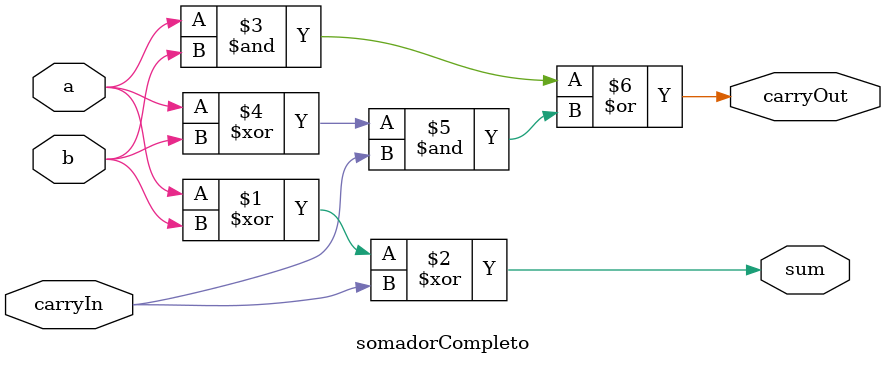
<source format=v>
module somadorCompleto (
    input a, b, carryIn,
    output sum, carryOut
);

assign sum = a ^ b ^ carryIn;
assign carryOut = a & b | ((a ^ b ) & carryIn);
    
endmodule
</source>
